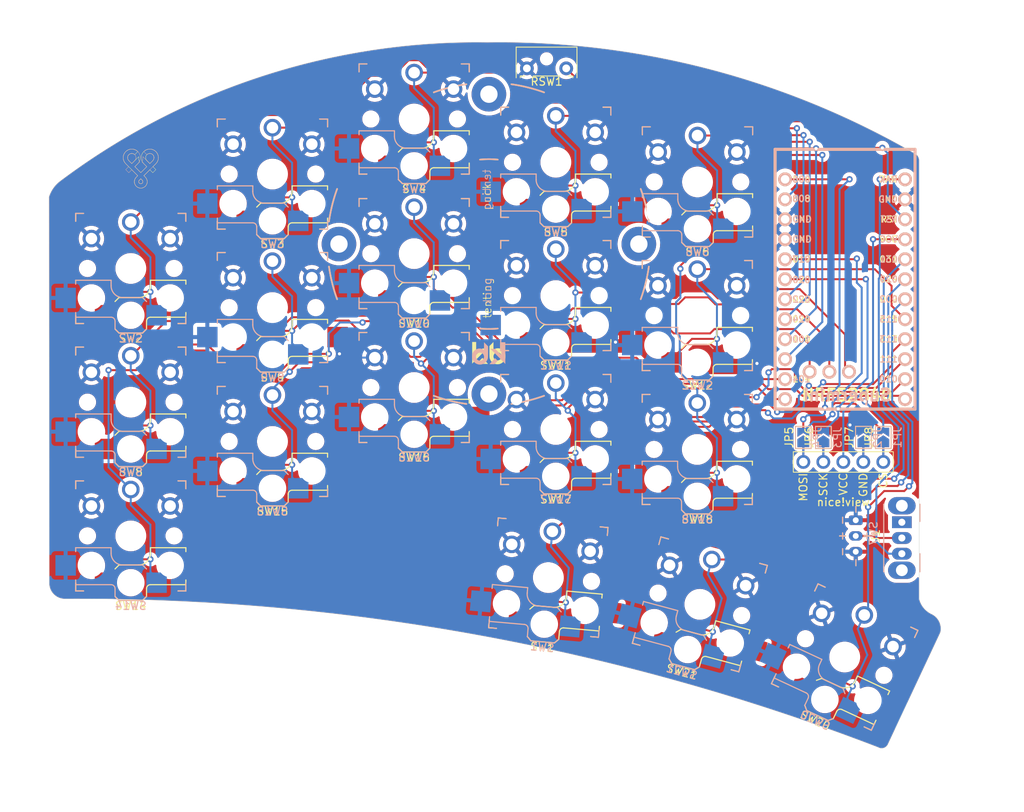
<source format=kicad_pcb>
(kicad_pcb (version 20240108) (generator "pcbnew") (generator_version "8.0")
  (layers (0 "F.Cu" signal) (31 "B.Cu" signal) (34 "B.Paste" user) (35 "F.Paste" user) (36 "B.SilkS" user "B.Silkscreen") (37 "F.SilkS" user "F.Silkscreen") (38 "B.Mask" user) (39 "F.Mask" user) (44 "Edge.Cuts" user))
  (net 0 "")
  (net 1 "gnd")
  (net 2 "vcc")
  (net 3 "Switch18")
  (net 4 "reset")
  (net 5 "Switch1")
  (net 6 "Switch2")
  (net 7 "Switch3")
  (net 8 "Switch4")
  (net 9 "Switch5")
  (net 10 "Switch6")
  (net 11 "Switch7")
  (net 12 "Switch8")
  (net 13 "Switch9")
  (net 14 "Switch10")
  (net 15 "Switch11")
  (net 16 "Switch12")
  (net 17 "Switch13")
  (net 18 "Switch14")
  (net 19 "Switch15")
  (net 20 "Switch16")
  (net 21 "Switch17")
  (net 22 "raw")
  (net 23 "mosi")
  (net 24 "sck")
  (net 25 "nv_cs")
  (net 26 "Net-(J1-Pad2)")
  (net 28 "Net-(Display1-Pad1)")
  (net 29 "Net-(Display1-Pad2)")
  (net 30 "Net-(Display1-Pad4)")
  (net 31 "Net-(Display1-Pad5)")
  (footprint "Keebio-Parts:SW_Tactile_SPST_Angled_MJTP1117-no-mount" (layer "F.Cu") (at 72.951865 15.867504)
    (property "Reference" "RSW1")
    (property "Value" "SW_Push")
  )
  (footprint "fingerpunch:Kailh_socket_PG1350_optional_reversible_millmax" (layer "F.Cu") (at 22.626865 41.305002 180)
    (property "Reference" "SW2")
    (property "Value" "SW_Push")
  )
  (footprint "fingerpunch:Kailh_socket_PG1350_optional_reversible_millmax" (layer "F.Cu") (at 40.626867 29.305002 180)
    (property "Reference" "SW3")
    (property "Value" "SW_Push")
  )
  (footprint "fingerpunch:Kailh_socket_PG1350_optional_reversible_millmax" (layer "F.Cu") (at 58.626864 22.305002 180)
    (property "Reference" "SW4")
    (property "Value" "SW_Push")
  )
  (footprint "fingerpunch:Kailh_socket_PG1350_optional_reversible_millmax" (layer "F.Cu") (at 76.626865 27.805003 180)
    (property "Reference" "SW5")
    (property "Value" "SW_Push")
  )
  (footprint "fingerpunch:Kailh_socket_PG1350_optional_reversible_millmax" (layer "F.Cu") (at 94.626863 30.305002 180)
    (property "Reference" "SW6")
    (property "Value" "SW_Push")
  )
  (footprint "fingerpunch:Kailh_socket_PG1350_optional_reversible_millmax" (layer "F.Cu") (at 22.626865 58.305002 180)
    (property "Reference" "SW8")
    (property "Value" "SW_Push")
  )
  (footprint "fingerpunch:Kailh_socket_PG1350_optional_reversible_millmax" (layer "F.Cu") (at 40.626867 46.279002 180)
    (property "Reference" "SW9")
    (property "Value" "SW_Push")
  )
  (footprint "fingerpunch:Kailh_socket_PG1350_optional_reversible_millmax" (layer "F.Cu") (at 58.626866 39.421002 180)
    (property "Reference" "SW10")
    (property "Value" "SW_Push")
  )
  (footprint "fingerpunch:Kailh_socket_PG1350_optional_reversible_millmax" (layer "F.Cu") (at 76.626867 44.755005 180)
    (property "Reference" "SW11")
    (property "Value" "SW_Push")
  )
  (footprint "fingerpunch:Kailh_socket_PG1350_optional_reversible_millmax" (layer "F.Cu") (at 94.606865 47.295002 180)
    (property "Reference" "SW12")
    (property "Value" "SW_Push")
  )
  (footprint "fingerpunch:Kailh_socket_PG1350_optional_reversible_millmax" (layer "F.Cu") (at 22.626865 75.304999 180)
    (property "Reference" "SW14")
    (property "Value" "SW_Push")
  )
  (footprint "fingerpunch:Kailh_socket_PG1350_optional_reversible_millmax" (layer "F.Cu") (at 40.626864 63.297001 180)
    (property "Reference" "SW15")
    (property "Value" "SW_Push")
  )
  (footprint "fingerpunch:Kailh_socket_PG1350_optional_reversible_millmax" (layer "F.Cu") (at 58.626863 56.439003 180)
    (property "Reference" "SW16")
    (property "Value" "SW_Push")
  )
  (footprint "fingerpunch:Kailh_socket_PG1350_optional_reversible_millmax" (layer "F.Cu") (at 76.626865 61.773005 180)
    (property "Reference" "SW17")
    (property "Value" "SW_Push")
  )
  (footprint "fingerpunch:Kailh_socket_PG1350_optional_reversible_millmax" (layer "F.Cu") (at 94.600519 64.313002 180)
    (property "Reference" "SW18")
    (property "Value" "SW_Push")
  )
  (footprint "fingerpunch:Kailh_socket_PG1350_optional_reversible_millmax" (layer "F.Cu") (at 113.326867 90.705 155)
    (property "Reference" "SW20")
    (property "Value" "SW_Push")
  )
  (footprint "fingerpunch:Kailh_socket_PG1350_optional_reversible_millmax" (layer "F.Cu") (at 94.926863 84.005003 165)
    (property "Reference" "SW21")
    (property "Value" "SW_Push")
  )
  (footprint "kbd:Tenting_Puck2" (layer "F.Cu") (at 68.126866 38.205003)
    (property "Reference" "REF**")
    (property "Value" "Tenting Puck")
  )
  (footprint "fingerpunch:nice_nano" (layer "F.Cu") (at 113.376864 43.941752 -90)
    (property "Reference" "U1" (hide yes))
    (property "Value" "nice_nano" (hide yes))
  )
  (footprint "fingerpunch:fingerpunch-logo-small" (layer "F.Cu") (at 23.9 28.41)
    (property "Reference" "REF**")
    (property "Value" "fingerpunch-logo-small")
  )
  (footprint "Jumper:SolderJumper-2_P1.3mm_Open_TrianglePad1.0x1.5mm" (layer "F.Cu") (at 115.71 62.785 90)
    (property "Reference" "JP7")
    (property "Value" "Jumper_2_Open")
  )
  (footprint "Jumper:SolderJumper-2_P1.3mm_Open_TrianglePad1.0x1.5mm" (layer "F.Cu") (at 110.62 62.79 90)
    (property "Reference" "JP6")
    (property "Value" "Jumper_2_Open")
  )
  (footprint "fingerpunch:Kailh_socket_PG1350_optional_reversible_millmax" (layer "F.Cu") (at 75.676864 80.605 175)
    (property "Reference" "SW1")
    (property "Value" "SW_Push")
  )
  (footprint "fingerpunch:JST_PH_S3B-PH-K-keyboard" (layer "F.Cu") (at 114.733066 73.312291 -90)
    (property "Reference" "J1")
    (property "Value" "JST-BATTERY")
  )
  (footprint "Jumper:SolderJumper-2_P1.3mm_Open_TrianglePad1.0x1.5mm" (layer "F.Cu") (at 108.07 62.79 90)
    (property "Reference" "JP5")
    (property "Value" "Jumper_2_Open")
  )
  (footprint "Jumper:SolderJumper-2_P1.3mm_Open_TrianglePad1.0x1.5mm" (layer "F.Cu") (at 118.23 62.79 90)
    (property "Reference" "JP8")
    (property "Value" "Jumper_2_Open")
  )
  (footprint "fingerpunch:nice_view" (layer "F.Cu") (at 113.153066 49.422292)
    (property "Reference" "Display1")
    (property "Value" "nice!view")
  )
  (footprint "Jumper:SolderJumper-2_P1.3mm_Open_TrianglePad1.0x1.5mm" (layer "B.Cu") (at 115.71 62.79 90)
    (property "Reference" "JP2")
    (property "Value" "Jumper_2_Open")
  )
  (footprint "fingerpunch:SW_CuK_OS102011MA1QN1_SPDT_Angled" (layer "B.Cu") (at 120.59 73.57 -90)
    (property "Reference" "SW7")
    (property "Value" "SW_DPDT")
  )
  (footprint "Jumper:SolderJumper-2_P1.3mm_Open_TrianglePad1.0x1.5mm" (layer "B.Cu") (at 118.23 62.79 90)
    (property "Reference" "JP1")
    (property "Value" "Jumper_2_Open")
  )
  (footprint "Jumper:SolderJumper-2_P1.3mm_Open_TrianglePad1.0x1.5mm" (layer "B.Cu") (at 108.07 62.79 90)
    (property "Reference" "JP4")
    (property "Value" "Jumper_2_Open")
  )
  (footprint "Jumper:SolderJumper-2_P1.3mm_Open_TrianglePad1.0x1.5mm" (layer "B.Cu") (at 110.62 62.79 90)
    (property "Reference" "JP3")
    (property "Value" "Jumper_2_Open")
  )
  (footprint "fingerpunch:fingerpunch-logo-small" (layer "B.Cu") (at 23.9 28.41 180)
    (property "Reference" "REF**")
    (property "Value" "fingerpunch-logo-small")
  )
  (gr_line (start 12.236918 32.201707) (end 12.277117 81.470026) (stroke (width 0.05)) (layer "Edge.Cuts"))
  (gr_arc (start 122.426865 26.805003) (mid 122.69678 27.166844) (end 122.788866 27.608776) (stroke (width 0.05)) (layer "Edge.Cuts"))
  (gr_arc (start 12.236918 32.201707) (mid 12.793791 31.083887) (end 13.66386 30.188003) (stroke (width 0.05)) (layer "Edge.Cuts"))
  (gr_arc (start 67.926867 12.562511) (mid 96.148266 15.966621) (end 122.426865 26.805003) (stroke (width 0.05)) (layer "Edge.Cuts"))
  (gr_arc (start 14.314865 83.306125) (mid 66.82892 87.930658) (end 117.582657 102.184444) (stroke (width 0.05)) (layer "Edge.Cuts"))
  (gr_arc (start 14.314865 83.306125) (mid 12.927435 82.797108) (end 12.277117 81.470026) (stroke (width 0.05)) (layer "Edge.Cuts"))
  (gr_line (start 122.788866 27.608776) (end 122.788865 83.305002) (stroke (width 0.05)) (layer "Edge.Cuts"))
  (gr_arc (start 13.66386 30.188003) (mid 39.328422 16.859032) (end 67.926867 12.562511) (stroke (width 0.05)) (layer "Edge.Cuts"))
  (gr_arc (start 118.789484 101.850237) (mid 118.256353 102.271132) (end 117.582657 102.184444) (stroke (width 0.05)) (layer "Edge.Cuts"))
  (gr_line (start 125.47988 87.577163) (end 118.789484 101.850237) (stroke (width 0.05)) (layer "Edge.Cuts"))
  (gr_arc (start 124.32988 85.227164) (mid 123.343266 84.439338) (end 122.788865 83.305002) (stroke (width 0.05)) (layer "Edge.Cuts"))
  (gr_arc (start 124.32988 85.227164) (mid 125.328418 86.1949) (end 125.47988 87.577163) (stroke (width 0.05)) (layer "Edge.Cuts"))
  (segment (start 102.881865 52.678135) (end 102.881865 51.045002) (width 0.25) (layer "F.Cu") (net 1))
  (segment (start 111.48 61.205) (end 110.62 62.065) (width 0.25) (layer "F.Cu") (net 1))
  (segment (start 84.21 50.67) (end 84.21 49.196872) (width 0.25) (layer "F.Cu") (net 1))
  (segment (start 114 61.205) (end 111.48 61.205) (width 0.25) (layer "F.Cu") (net 1))
  (segment (start 49.14 52.16) (end 49.14 50.267135) (width 0.25) (layer "F.Cu") (net 1))
  (segment (start 102.18 53.38) (end 102.881865 52.678135) (width 0.25) (layer "F.Cu") (net 1))
  (segment (start 84.21 49.196872) (end 84.901867 48.505005) (width 0.25) (layer "F.Cu") (net 1))
  (segment (start 49.14 50.267135) (end 48.901867 50.029002) (width 0.25) (layer "F.Cu") (net 1))
  (via (at 49.14 52.16) (size 0.8) (drill 0.4) (layers "F.Cu" "B.Cu") (net 1))
  (via (at 114 61.205) (size 0.8) (drill 0.4) (layers "F.Cu" "B.Cu") (net 1))
  (via (at 102.18 53.38) (size 0.8) (drill 0.4) (layers "F.Cu" "B.Cu") (net 1))
  (via (at 84.21 50.67) (size 0.8) (drill 0.4) (layers "F.Cu" "B.Cu") (net 1))
  (segment (start 102.19 53.37) (end 102.18 53.38) (width 0.25) (layer "B.Cu") (net 1))
  (segment (start 102.19 46.078137) (end 102.19 51.94) (width 0.25) (layer "B.Cu") (net 1))
  (segment (start 49.619003 52.639003) (end 49.14 52.16) (width 0.25) (layer "B.Cu") (net 1))
  (segment (start 84.585002 51.045002) (end 84.21 50.67) (width 0.25) (layer "B.Cu") (net 1))
  (segment (start 114.86 62.065) (end 115.71 62.065) (width 0.25) (layer "B.Cu") (net 1))
  (segment (start 114 61.205) (end 114.86 62.065) (width 0.25) (layer "B.Cu") (net 1))
  (segment (start 86.331865 51.045002) (end 84.585002 51.045002) (width 0.25) (layer "B.Cu") (net 1))
  (segment (start 99.606865 43.495002) (end 102.19 46.078137) (width 0.25) (layer "B.Cu") (net 1))
  (segment (start 53.626863 52.639003) (end 49.619003 52.639003) (width 0.25) (layer "B.Cu") (net 1))
  (segment (start 102.19 51.94) (end 102.19 53.37) (width 0.25) (layer "B.Cu") (net 1))
  (segment (start 116.931752 37.591752) (end 120.996864 37.591752) (width 0.25) (layer "F.Cu") (net 2))
  (via (at 116.931752 37.591752) (size 0.8) (drill 0.4) (layers "F.Cu" "B.Cu") (net 2))
  (segment (start 113.153066 65.902292) (end 113.153066 59.476934) (width 0.25) (layer "B.Cu") (net 2))
  (segment (start 116.931752 55.698248) (end 116.931752 37.591752) (width 0.25) (layer "B.Cu") (net 2))
  (segment (start 113.153066 59.476934) (end 116.931752 55.698248) (width 0.25) (layer "B.Cu") (net 2))
  (segment (start 86.918776 74.041301) (end 77.953302 73.256924) (width 0.25) (layer "F.Cu") (net 3))
  (segment (start 106.162929 77.172061) (end 98.602928 77.17206) (width 0.25) (layer "F.Cu") (net 3))
  (segment (start 98.602928 77.17206) (end 86.918776 74.041301) (width 0.25) (layer "F.Cu") (net 3))
  (segment (start 77.953302 73.256924) (end 77.340638 73.77101) (width 0.25) (layer "F.Cu") (net 3))
  (segment (start 71.887733 86.231764) (end 71.920983 85.851706) (width 0.25) (layer "F.Cu") (net 3))
  (segment (start 112.272928 71.062061) (end 106.162929 77.172061) (width 0.25) (layer "F.Cu") (net 3))
  (segment (start 77.331842 73.77024) (end 76.191083 74.727451) (width 0.25) (layer "F.Cu") (net 3))
  (segment (start 119.616424 68.031706) (end 117.293282 68.031706) (width 0.25) (layer "F.Cu") (net 3))
  (segment (start 117.293282 68.031706) (end 114.262928 71.06206) (width 0.25) (layer "F.Cu") (net 3))
  (segment (start 71.920983 85.851706) (end 74.738996 83.487112) (width 0.25) (layer "F.Cu") (net 3))
  (segment (start 77.340638 73.77101) (end 77.331842 73.77024) (width 0.25) (layer "F.Cu") (net 3))
  (segment (start 114.262928 71.06206) (end 112.272928 71.062061) (width 0.25) (layer "F.Cu") (net 3))
  (segment (start 74.738996 83.487112) (end 77.896934 83.763396) (width 0.25) (layer "F.Cu") (net 3))
  (via (at 119.616424 68.031706) (size 0.8) (drill 0.4) (layers "F.Cu" "B.Cu") (net 3))
  (via (at 77.896934 83.763396) (size 0.8) (drill 0.4) (layers "F.Cu" "B.Cu") (net 3))
  (segment (start 76.011275 76.675878) (end 76.183065 74.712292) (width 0.25) (layer "B.Cu") (net 3))
  (segment (start 118.29 58.73) (end 118.29 42.838616) (width 0.25) (layer "B.Cu") (net 3))
  (segment (start 77.896934 83.763396) (end 78.280419 79.38014) (width 0.25) (layer "B.Cu") (net 3))
  (segment (start 118.29 42.838616) (end 120.996864 40.131752) (width 0.25) (layer "B.Cu") (net 3))
  (segment (start 78.280419 79.38014) (end 76.011275 76.675878) (width 0.25) (layer "B.Cu") (net 3))
  (segment (start 78.412808 86.802634) (end 78.466314 86.191057) (width 0.25) (layer "B.Cu") (net 3))
  (segment (start 120.81 66.83813) (end 120.81 61.25) (width 0.25) (layer "B.Cu") (net 3))
  (segment (start 120.81 61.25) (end 118.29 58.73) (width 0.25) (layer "B.Cu") (net 3))
  (segment (start 119.616424 68.031706) (end 120.81 66.83813) (width 0.25) (layer "B.Cu") (net 3))
  (segment (start 78.466314 86.191057) (end 77.758356 85.347347) (width 0.25) (layer "B.Cu") (net 3))
  (segment (start 77.758356 85.347347) (end 77.896934 83.763396) (width 0.25) (layer "B.Cu") (net 3))
  (segment (start 77.951864 15.867505) (end 80.84642 18.76206) (width 0.25) (layer "F.Cu") (net 4))
  (segment (start 118.113067 25.972291) (end 111.173159 25.972291) (width 0.25) (layer "F.Cu") (net 4))
  (segment (start 104.122928 22.59206) (end 100.292929 18.76206) (width 0.25) (layer "F.Cu") (net 4))
  (segment (start 111.173159 25.972291) (end 107.792928 22.59206) (width 0.25) (layer "F.Cu") (net 4))
  (segment (start 107.792928 22.59206) (end 104.122928 22.59206) (width 0.25) (layer "F.Cu") (net 4))
  (segment (start 80.84642 18.76206) (end 100.292929 18.76206) (width 0.25) (layer "F.Cu") (net 4))
  (via (at 118.113067 25.972291) (size 0.8) (drill 0.4) (layers "F.Cu" "B.Cu") (net 4))
  (segment (start 120.996864 35.051752) (end 118.8 32.854888) (width 0.25) (layer "B.Cu") (net 4))
  (segment (start 118.8 26.659224) (end 118.113067 25.972291) (width 0.25) (layer "B.Cu") (net 4))
  (segment (start 118.8 32.854888) (end 118.8 26.659224) (width 0.25) (layer "B.Cu") (net 4))
  (segment (start 59.642928 14.02206) (end 57.642929 14.02206) (width 0.25) (layer "F.Cu") (net 5))
  (segment (start 78.222929 18.60206) (end 73.352929 18.60206) (width 0.25) (layer "F.Cu") (net 5))
  (segment (start 79.172928 19.552061) (end 78.222929 18.60206) (width 0.25) (layer "F.Cu") (net 5))
  (segment (start 69.642928 14.89206) (end 60.512927 14.89206) (width 0.25) (layer "F.Cu") (net 5))
  (segment (start 57.642929 14.02206) (end 55.562929 16.10206) (width 0.25) (layer "F.Cu") (net 5))
  (segment (start 21.949267 44.27958) (end 25.119267 44.27958) (width 0.25) (layer "F.Cu") (net 5))
  (segment (start 73.352929 18.60206) (end 69.642928 14.89206) (width 0.25) (layer "F.Cu") (net 5))
  (segment (start 99.762929 19.552061) (end 79.172928 19.552061) (width 0.25) (layer "F.Cu") (net 5))
  (segment (start 60.512927 14.89206) (end 59.642928 14.02206) (width 0.25) (layer "F.Cu") (net 5))
  (segment (start 52.552928 16.102061) (end 46.852928 21.80206) (width 0.25) (layer "F.Cu") (net 5))
  (segment (start 103.692929 23.482059) (end 99.762929 19.552061) (width 0.25) (layer "F.Cu") (net 5))
  (segment (start 107.252928 23.48206) (end 103.692929 23.482059) (width 0.25) (layer "F.Cu") (net 5))
  (segment (start 55.562929 16.10206) (end 52.552928 16.102061) (width 0.25) (layer "F.Cu") (net 5))
  (segment (start 33.069808 24.96206) (end 22.626866 35.405002) (width 0.25) (layer "F.Cu") (net 5))
  (segment (start 33.812929 24.96206) (end 33.069808 24.96206) (width 0.25) (layer "F.Cu") (net 5))
  (segment (start 46.852928 21.80206) (end 36.972928 21.80206) (width 0.25) (layer "F.Cu") (net 5))
  (segment (start 19.348066 47.262291) (end 19.348067 46.880784) (width 0.25) (layer "F.Cu") (net 5))
  (segment (start 19.348067 46.880784) (end 21.949267 44.27958) (width 0.25) (layer "F.Cu") (net 5))
  (segment (start 36.972928 21.80206) (end 33.812929 24.96206) (width 0.25) (layer "F.Cu") (net 5))
  (via (at 107.252928 23.48206) (size 0.8) (drill 0.4) (layers "F.Cu" "B.Cu") (net 5))
  (via (at 25.119267 44.27958) (size 0.8) (drill 0.4) (layers "F.Cu" "B.Cu") (net 5))
  (segment (start 25.898064 46.648378) (end 25.119268 45.869581) (width 0.25) (layer "B.Cu") (net 5))
  (segment (start 25.898067 47.26229) (end 25.898064 46.648378) (width 0.25) (layer "B.Cu") (net 5))
  (segment (start 22.623066 37.38338) (end 22.623065 35.412291) (width 0.25) (layer "B.Cu") (net 5))
  (segment (start 107.252928 31.015688) (end 107.252928 30.877072) (width 0.25) (layer "B.Cu") (net 5))
  (segment (start 25.119269 39.879581) (end 22.623066 37.38338) (width 0.25) (layer "B.Cu") (net 5))
  (segment (start 25.119268 45.869581) (end 25.119267 44.27958) (width 0.25) (layer "B.Cu") (net 5))
  (segment (start 105.756864 32.511752) (end 107.252928 31.015688) (width 0.25) (layer "B.Cu") (net 5))
  (segment (start 25.119267 44.27958) (end 25.119269 39.879581) (width 0.25) (layer "B.Cu") (net 5))
  (segment (start 107.252928 30.877072) (end 107.252928 23.48206) (width 0.25) (layer "B.Cu") (net 5))
  (segment (start 55.952928 16.81206) (end 53.102929 16.81206) (width 0.25) (layer "F.Cu") (net 6))
  (segment (start 77.762928 19.38206) (end 73.252929 19.38206) (width 0.25) (layer "F.Cu") (net 6))
  (segment (start 53.102929 16.81206) (end 46.509986 23.405001) (width 0.25) (layer "F.Cu") (net 6))
  (segment (start 59.282928 14.832061) (end 57.932929 14.83206) (width 0.25) (layer "F.Cu") (net 6))
  (segment (start 57.932929 14.83206) (end 55.952928 16.81206) (width 0.25) (layer "F.Cu") (net 6))
  (segment (start 37.348067 35.252291) (end 37.348067 34.870783) (width 0.25) (layer "F.Cu") (net 6))
  (segment (start 37.348067 34.870783) (end 39.949267 32.269579) (width 0.25) (layer "F.Cu") (net 6))
  (segment (start 103.322928 24.36206) (end 99.242928 20.282059) (width 0.25) (layer "F.Cu") (net 6))
  (segment (start 69.562928 15.69206) (end 60.142928 15.692059) (width 0.25) (layer "F.Cu") (net 6))
  (segment (start 73.252929 19.38206) (end 69.562928 15.69206) (width 0.25) (layer "F.Cu") (net 6))
  (segment (start 99.242928 20.282059) (end 78.662928 20.28206) (width 0.25) (layer "F.Cu") (net 6))
  (segment (start 78.662928 20.28206) (end 77.762928 19.38206) (width 0.25) (layer "F.Cu") (net 6))
  (segment (start 46.509986 23.405001) (end 40.626867 23.405003) (width 0.25) (layer "F.Cu") (net 6))
  (segment (start 108.092929 24.36206) (end 103.322928 24.36206) (width 0.25) (layer "F.Cu") (net 6))
  (segment (start 60.142928 15.692059) (end 59.282928 14.832061) (width 0.25) (layer "F.Cu") (net 6))
  (segment (start 39.949267 32.269579) (end 43.119268 32.269579) (width 0.25) (layer "F.Cu") (net 6))
  (via (at 43.119268 32.269579) (size 0.8) (drill 0.4) (layers "F.Cu" "B.Cu") (net 6))
  (via (at 108.092929 24.36206) (size 0.8) (drill 0.4) (layers "F.Cu" "B.Cu") (net 6))
  (segment (start 43.898065 35.25229) (end 43.898067 34.638379) (width 0.25) (layer "B.Cu") (net 6))
  (segment (start 43.898067 34.638379) (end 43.119269 33.859582) (width 0.25) (layer "B.Cu") (net 6))
  (segment (start 43.119268 32.269579) (end 43.119269 27.869581) (width 0.25) (layer "B.Cu") (net 6))
  (segment (start 105.756864 45.211752) (end 108.092928 42.875688) (width 0.25) (layer "B.Cu") (net 6))
  (segment (start 43.119269 27.869581) (end 40.623065 25.37338) (width 0.25) (layer "B.Cu") (net 6))
  (segment (start 40.623065 25.37338) (end 40.623066 23.402292) (width 0.25) (layer "B.Cu") (net 6))
  (segment (start 43.119269 33.859582) (end 43.119268 32.269579) (width 0.25) (layer "B.Cu") (net 6))
  (segment (start 108.092928 42.875688) (end 108.092929 24.36206) (width 0.25) (layer "B.Cu") (net 6))
  (segment (start 102.982929 25.20206) (end 98.862929 21.08206) (width 0.25) (layer "F.Cu") (net 7))
  (segment (start 77.272928 20.22206) (end 73.252928 20.22206) (width 0.25) (layer "F.Cu") (net 7))
  (segment (start 55.351864 28.255002) (end 55.351864 27.873493) (width 0.25) (layer "F.Cu") (net 7))
  (segment (start 108.882928 25.202061) (end 102.982929 25.20206) (width 0.25) (layer "F.Cu") (net 7))
  (segment (start 69.43587 16.405002) (end 58.626865 16.405003) (width 0.25) (layer "F.Cu") (net 7))
  (segment (start 57.953067 25.272291) (end 61.123066 25.272293) (width 0.25) (layer "F.Cu") (net 7))
  (segment (start 55.351864 27.873493) (end 57.953067 25.272291) (width 0.25) (layer "F.Cu") (net 7))
  (segment (start 73.252928 20.22206) (end 69.43587 16.405002) (width 0.25) (layer "F.Cu") (net 7))
  (segment (start 78.132928 21.08206) (end 77.272928 20.22206) (width 0.25) (layer "F.Cu") (net 7))
  (segment (start 98.862929 21.08206) (end 78.132928 21.08206) (width 0.25) (layer "F.Cu") (net 7))
  (via (at 61.123066 25.272293) (size 0.8) (drill 0.4) (layers "F.Cu" "B.Cu") (net 7))
  (via (at 108.882928 25.202061) (size 0.8) (drill 0.4) (layers "F.Cu" "B.Cu") (net 7))
  (segment (start 61.901864 27.641087) (end 61.123066 26.862292) (width 0.25) (layer "B.Cu") (net 7))
  (segment (start 61.123067 20.872291) (end 58.626864 18.37609) (width 0.25) (layer "B.Cu") (net 7))
  (segment (start 61.901865 28.255002) (end 61.901864 27.641087) (width 0.25) (layer "B.Cu") (net 7))
  (segment (start 105.756864 47.751753) (end 108.882928 44.625689) (width 0.25) (layer "B.Cu") (net 7))
  (segment (start 61.123066 25.272293) (end 61.123067 20.872291) (width 0.25) (layer "B.Cu") (net 7))
  (segment (start 61.123066 26.862292) (end 61.123066 25.272293) (width 0.25) (layer "B.Cu") (net 7))
  (segment (start 58.626864 18.37609) (end 58.626864 16.405002) (width 0.25) (layer "B.Cu") (net 7))
  (segment (start 108.882928 44.625689) (end 108.882928 25.202061) (width 0.25) (layer "B.Cu") (net 7))
  (segment (start 98.525871 21.905003) (end 76.626865 21.905003) (width 0.25) (layer "F.Cu") (net 8))
  (segment (start 75.948278 30.768057) (end 79.118278 30.768056) (width 0.25) (layer "F.Cu") (net 8))
  (segment (start 73.347077 33.369259) (end 75.948278 30.768057) (width 0.25) (layer "F.Cu") (net 8))
  (segment (start 102.662928 26.042061) (end 98.525871 21.905003) (width 0.25) (layer "F.Cu") (net 8))
  (segment (start 73.347077 33.75077) (end 73.347077 33.369259) (width 0.25) (layer "F.Cu") (net 8))
  (segment (start 109.692929 26.04206) (end 102.662928 26.042061) (width 0.25) (layer "F.Cu") (net 8))
  (via (at 79.118278 30.768056) (size 0.8) (drill 0.4) (layers "F.Cu" "B.Cu") (net 8))
  (via (at 109.692929 26.04206) (size 0.8) (drill 0.4) (layers "F.Cu" "B.Cu") (net 8))
  (segment (start 79.118279 26.368057) (end 76.622078 23.871856) (width 0.25) (layer "B.Cu") (net 8))
  (segment (start 109.692928 46.355688) (end 109.692929 26.04206) (width 0.25) (layer "B.Cu") (net 8))
  (segment (start 105.756864 50.291752) (end 109.692928 46.355688) (width 0.25) (layer "B.Cu") (net 8))
  (segment (start 79.897077 33.750768) (end 79.897076 33.136856) (width 0.25) (layer "B.Cu") (net 8))
  (segment (start 79.897076 33.136856) (end 79.118279 32.358056) (width 0.25) (layer "B.Cu") (net 8))
  (segment (start 79.118278 30.768056) (end 79.118279 26.368057) (width 0.25) (layer "B.Cu") (net 8))
  (segment (start 79.118279 32.358056) (end 79.118278 30.768056) (width 0.25) (layer "B.Cu") (net 8))
  (segment (start 76.622078 23.871856) (end 76.622078 21.900768) (width 0.25) (layer "B.Cu") (net 8))
  (segment (start 91.347215 36.25142) (end 91.347215 35.869911) (width 0.25) (layer "F.Cu") (net 9))
  (segment (start 99.96587 24.405002) (end 94.626864 24.405002) (width 0.25) (layer "F.Cu") (net 9))
  (segment (start 102.442928 26.882061) (end 99.96587 24.405002) (width 0.25) (layer "F.Cu") (net 9))
  (segment (start 110.482928 26.88206) (end 102.442928 26.882061) (width 0.25) (layer "F.Cu") (net 9))
  (segment (start 93.948416 33.268708) (end 97.118416 33.268709) (width 0.25) (layer "F.Cu") (net 9))
  (segment (start 91.347215 35.869911) (end 93.948416 33.268708) (width 0.25) (layer "F.Cu") (net 9))
  (via (at 97.118416 33.268709) (size 0.8) (drill 0.4) (layers "F.Cu" "B.Cu") (net 9))
  (via (at 110.482928 26.88206) (size 0.8) (drill 0.4) (layers "F.Cu" "B.Cu") (net 9))
  (segment (start 97.118416 33.268709) (end 97.118418 28.868709) (width 0.25) (layer "B.Cu") (net 9))
  (segment (start 97.897216 35.637507) (end 97.118417 34.85871) (width 0.25) (layer "B.Cu") (net 9))
  (segment (start 97.897215 36.251421) (end 97.897216 35.637507) (width 0.25) (layer "B.Cu") (net 9))
  (segment (start 94.622215 26.372507) (end 94.622215 24.40142) (width 0.25) (layer "B.Cu") (net 9))
  (segment (start 97.118417 34.85871) (end 97.118416 33.268709) (width 0.25) (layer "B.Cu") (net 9))
  (segment (start 97.118418 28.868709) (end 94.622215 26.372507) (width 0.25) (layer "B.Cu") (net 9))
  (segment (start 105.756864 52.831753) (end 110.482929 48.105688) (width 0.25) (layer "B.Cu") (net 9))
  (segment (start 110.482929 48.105688) (end 110.482928 26.88206) (width 0.25) (layer "B.Cu") (net 9))
  (segment (start 42.032928 48.56206) (end 37.722928 48.56206) (width 0.25) (layer "F.Cu") (net 10))
  (segment (start 37.152929 47.99206) (end 27.122928 47.992061) (width 0.25) (layer "F.Cu") (net 10))
  (segment (start 19.348066 63.870783) (end 21.949268 61.26958) (width 0.25) (layer "F.Cu") (net 10))
  (segment (start 37.722928 48.56206) (end 37.152929 47.99206) (width 0.25) (layer "F.Cu") (net 10))
  (segment (start 105.756865 55.371752) (end 89.582621 55.371752) (width 0.25) (layer "F.Cu") (net 10))
  (segment (start 71.642929 52.652061) (end 66.302928 47.31206) (width 0.25) (layer "F.Cu") (net 10))
  (segment (start 19.348066 64.252291) (end 19.348066 63.870783) (width 0.25) (layer "F.Cu") (net 10))
  (segment (start 86.862928 52.65206) (end 71.642929 52.652061) (width 0.25) (layer "F.Cu") (net 10))
  (segment (start 47.270566 47.504423) (end 45.445291 47.504424) (width 0.25) (layer "F.Cu") (net 10))
  (segment (start 66.302928 47.31206) (end 47.462928 47.31206) (width 0.25) (layer "F.Cu") (net 10))
  (segment (start 22.709986 52.405002) (end 22.626865 52.405002) (width 0.25) (layer "F.Cu") (net 10))
  (segment (start 45.442928 47.50206) (end 43.092928 47.502061) (width 0.25) (layer "F.Cu") (net 10))
  (segment (start 21.949268 61.26958) (end 25.119269 61.26958) (width 0.25) (layer "F.Cu") (net 10))
  (segment (start 45.445291 47.504424) (end 45.442928 47.50206) (width 0.25) (layer "F.Cu") (net 10))
  (segment (start 43.092928 47.502061) (end 42.032928 48.56206) (width 0.25) (layer "F.Cu") (net 10))
  (segment (start 89.582621 55.371752) (end 86.862928 52.65206) (width 0.25) (layer "F.Cu") (net 10))
  (segment (start 47.462928 47.31206) (end 47.270566 47.504423) (width 0.25) (layer "F.Cu") (net 10))
  (segment (start 27.122928 47.992061) (end 22.709986 52.405002) (width 0.25) (layer "F.Cu") (net 10))
  (via (at 25.119269 61.26958) (size 0.8) (drill 0.4) (layers "F.Cu" "B.Cu") (net 10))
  (segment (start 22.623067 54.373378) (end 22.623066 52.402292) (width 0.25) (layer "B.Cu") (net 10))
  (segment (start 25.119269 62.859579) (end 25.119269 61.26958) (width 0.25) (layer "B.Cu") (net 10))
  (segment (start 25.898066 63.638379) (end 25.119269 62.859579) (width 0.25) (layer "B.Cu") (net 10))
  (segment (start 25.898065 64.25229) (end 25.898066 63.638379) (width 0.25) (layer "B.Cu") (net 10))
  (segment (start 25.119269 61.26958) (end 25.119268 56.869581) (width 0.25) (layer "B.Cu") (net 10))
  (segment (start 25.119268 56.869581) (end 22.623067 54.373378) (width 0.25) (layer "B.Cu") (net 10))
  (segment (start 44.215362 48.14206) (end 43.118851 49.23857) (width 0.25) (layer "F.Cu") (net 11))
  (segment (start 53.102928 48.69206) (end 52.622929 49.17206) (width 0.25) (layer "F.Cu") (net 11))
  (segment (start 37.34765 51.839773) (end 39.948851 49.238571) (width 0.25) (layer "F.Cu") (net 11))
  (segment (start 47.692929 47.93206) (end 47.482928 48.142061) (width 0.25) (layer "F.Cu") (net 11))
  (segment (start 50.302929 47.93206) (end 47.692929 47.93206) (width 0.25) (layer "F.Cu") (net 11))
  (segment (start 103.77262 57.911752) (end 102.422928 56.56206) (width 0.25) (layer "F.Cu") (net 11))
  (segment (start 51.542929 49.172061) (end 50.302929 47.93206) (width 0.25) (layer "F.Cu") (net 11))
  (segment (start 39.948851 49.238571) (end 43.118851 49.23857) (width 0.25) (layer "F.Cu") (net 11))
  (segment (start 47.482928 48.142061) (end 44.215362 48.14206) (width 0.25) (layer "F.Cu") (net 11))
  (segment (start 52.622929 49.17206) (end 51.542929 49.172061) (width 0.25) (layer "F.Cu") (net 11))
  (segment (start 102.422928 56.56206) (end 89.002929 56.56206) (width 0.25) (layer "F.Cu") (net 11))
  (segment (start 86.392928 53.952061) (end 70.942928 53.95206) (width 0.25) (layer "F.Cu") (net 11))
  (segment (start 65.682929 48.69206) (end 53.102928 48.69206) (width 0.25) (layer "F.Cu") (net 11))
  (segment (start 89.002929 56.56206) (end 86.392928 53.952061) (width 0.25) (layer "F.Cu") (net 11))
  (segment (start 70.942928 53.95206) (end 65.682929 48.69206) (width 0.25) (layer "F.Cu") (net 11))
  (segment (start 37.347651 52.221282) (end 37.34765 51.839773) (width 0.25) (layer "F.Cu") (net 11))
  (segment (start 105.756864 57.911752) (end 103.77262 57.911752) (width 0.25) (layer "F.Cu") (net 11))
  (via (at 43.118851 49.23857) (size 0.8) (drill 0.4) (layers "F.Cu" "B.Cu") (net 11))
  (segment (start 43.897649 51.60737) (end 43.118851 50.828571) (width 0.25) (layer "B.Cu") (net 11))
  (segment (start 43.118852 44.838571) (end 40.62265 42.34237) (width 0.25) (layer "B.Cu") (net 11))
  (segment (start 40.62265 42.34237) (end 40.62265 40.371282) (width 0.25) (layer "B.Cu") (net 11))
  (segment (start 43.118851 49.23857) (end 43.118852 44.838571) (width 0.25) (layer "B.Cu") (net 11))
  (segment (start 43.89765 52.221283) (end 43.897649 51.60737) (width 0.25) (layer "B.Cu") (net 11))
  (segment (start 43.118851 50.828571) (end 43.118851 49.23857) (width 0.25) (layer "B.Cu") (net 11))
  (segment (start 63.512929 46.28206) (end 61.119267 43.888399) (width 0.25) (layer "F.Cu") (net 12))
  (segment (start 96.782929 49.01206) (end 96.232928 49.56206) (width 0.25) (layer "F.Cu") (net 12))
  (segment (start 78.762928 46.39206) (end 78.152929 47.00206) (width 0.25) (layer "F.Cu") (net 12))
  (segment (start 86.142929 46.39206) (end 78.762928 46.39206) (width 0.25) (layer "F.Cu") (net 12))
  (segment (start 96.232928 49.56206) (end 91.612929 49.56206) (width 0.25) (layer "F.Cu") (net 12))
  (segment (start 90.952928 48.90206) (end 88.652929 48.90206) (width 0.25) (layer "F.Cu") (net 12))
  (segment (start 108.876864 54.441752) (end 108.876864 50.985995) (width 0.25) (layer "F.Cu") (net 12))
  (segment (start 91.612929 49.56206) (end 90.952928 48.90206) (width 0.25) (layer "F.Cu") (net 12))
  (segment (start 55.348066 44.990782) (end 57.949268 42.38958) (width 0.25) (layer "F.Cu") (net 12))
  (segment (start 73.692929 46.28206) (end 63.512929 46.28206) (width 0.25) (layer "F.Cu") (net 12))
  (segment (start 55.348065 45.372292) (end 55.348066 44.990782) (width 0.25) (layer "F.Cu") (net 12))
  (segment (start 74.412928 47.00206) (end 73.692929 46.28206) (width 0.25) (layer "F.Cu") (net 12))
  (segment (start 108.876864 50.985995) (end 106.902929 49.01206) (width 0.25) (layer "F.Cu") (net 12))
  (segment (start 78.152929 47.00206) (end 74.412928 47.00206) (width 0.25) (layer "F.Cu") (net 12))
  (segment (start 88.652929 48.90206) (end 86.142929 46.39206) (width 0.25) (layer "F.Cu") (net 12))
  (segment (start 61.119267 43.888399) (end 61.119268 42.38958) (width 0.25) (layer "F.Cu") (net 12))
  (segment (start 106.902929 49.01206) (end 96.782929 49.01206) (width 0.25) (layer "F.Cu") (net 12))
  (segment (start 57.949268 42.38958) (end 61.119268 42.38958) (width 0.25) (layer "F.Cu") (net 12))
  (via (at 61.119268 42.38958) (size 0.8) (drill 0.4) (layers "F.Cu" "B.Cu") (net 12))
  (segment (start 61.898065 44.758379) (end 61.119267 43.97958) (width 0.25) (layer "B.Cu") (net 12))
  (segment (start 58.623066 35.493378) (end 58.623066 33.522291) (width 0.25) (layer "B.Cu") (net 12))
  (segment (start 61.119268 42.38958) (end 61.119268 37.98958) (width 0.25) (layer "B.Cu") (net 12))
  (segment (start 61.119268 37.98958) (end 58.623066 35.493378) (width 0.25) (layer "B.Cu") (net 12))
  (segment (start 61.898067 45.372292) (end 61.898065 44.758379) (width 0.25) (layer "B.Cu") (net 12))
  (segment (start 61.119267 43.97958) (end 61.119268 42.38958) (width 0.25) (layer "B.Cu") (net 12))
  (segment (start 111.376864 54.441752) (end 111.376864 50.575996) (width 0.25) (layer "F.Cu") (net 13))
  (segment (start 85.802928 45.822061) (end 83.272928 43.29206) (width 0.25) (layer "F.Cu") (net 13))
  (segment (start 107.292928 46.49206) (end 102.452928 46.49206) (width 0.25) (layer "F.Cu") (net 13))
  (segment (start 73.348052 50.702283) (end 73.348052 50.320775) (width 0.25) (layer "F.Cu") (net 13))
  (segment (start 83.272928 43.29206) (end 81.382928 43.292061) (width 0.25) (layer "F.Cu") (net 13))
  (segment (start 101.832929 45.87206) (end 96.902927 45.872061) (width 0.25) (layer "F.Cu") (net 13))
  (segment (start 75.949253 47.719573) (end 79.119254 47.719574) (width 0.25) (layer "F.Cu") (net 13))
  (segment (start 111.376864 50.575996) (end 107.292928 46.49206) (width 0.25) (layer "F.Cu") (net 13))
  (segment (start 93.052929 44.98206) (end 92.212928 45.82206) (width 0.25) (layer "F.Cu") (net 13))
  (segment (start 80.309255 44.365734) (end 79.119254 44.365734) (width 0.25) (layer "F.Cu") (net 13))
  (segment (start 96.902927 45.872061) (end 96.012928 44.98206) (width 0.25) (layer "F.Cu") (net 13))
  (segment (start 81.382928 43.292061) (end 80.309255 44.365734) (width 0.25) (layer "F.Cu") (net 13))
  (segment (start 73.348052 50.320775) (end 75.949253 47.719573) (width 0.25) (layer "F.Cu") (net 13))
  (segment (start 96.012928 44.98206) (end 93.052929 44.98206) (width 0.25) (layer "F.Cu") (net 13))
  (segment (start 102.452928 46.49206) (end 101.832929 45.87206) (width 0.25) (layer "F.Cu") (net 13))
  (segment (start 92.212928 45.82206) (end 85.802928 45.822061) (width 0.25) (layer "F.Cu") (net 13))
  (via (at 79.119254 44.365734) (size 0.8) (drill 0.4) (layers "F.Cu" "B.Cu") (net 13))
  (via (at 79.119254 47.719574) (size 0.8) (drill 0.4) (layers "F.Cu" "B.Cu") (net 13))
  (segment (start 76.623051 40.82337) (end 76.623052 38.852285) (width 0.25) (layer "B.Cu") (net 13))
  (segment (start 79.898052 50.088371) (end 79.119253 49.309573) (width 0.25) (layer "B.Cu") (net 13))
  (segment (start 79.119254 47.719574) (end 79.119254 44.365734) (width 0.25) (layer "B.Cu") (net 13))
  (segment (start 79.898053 50.702286) (end 79.898052 50.088371) (width 0.25) (layer "B.Cu") (net 13))
  (segment (start 79.119253 49.309573) (end 79.119254 47.719574) (width 0.25) (layer "B.Cu") (net 13))
  (segment (start 79.119254 44.365734) (end 79.119254 43.319573) (width 0.25) (layer "B.Cu") (net 13))
  (segment (start 79.119254 43.319573) (end 76.623051 40.82337) (width 0.25) (layer "B.Cu") (net 13))
  (segment (start 113.376864 53.941752) (end 113.376864 49.695996) (width 0.25) (layer "F.Cu") (net 14))
  (segment (start 113.376864 49.695996) (end 107.612928 43.93206) (width 0.25) (layer "F.Cu") (net 14))
  (segment (start 103.002928 43.93206) (end 100.46587 41.395003) (width 0.25) (layer "F.Cu") (net 14))
  (segment (start 100.46587 41.395003) (end 94.606866 41.395003) (width 0.25) (layer "F.Cu") (net 14))
  (segment (start 107.612928 43.93206) (end 103.002928 43.93206) (width 0.25) (layer "F.Cu") (net 14))
  (segment (start 91.326329 52.859245) (end 93.92753 50.258046) (width 0.25) (layer "F.Cu") (net 14))
  (segment (start 91.326329 53.240755) (end 91.326329 52.859245) (width 0.25) (layer "F.Cu") (net 14))
  (segment (start 113.876864 54.441752) (end 113.376864 53.941752) (width 0.25) (layer "F.Cu") (net 14))
  (segment (start 93.92753 50.258046) (end 97.097529 50.258044) (width 0.25) (layer "F.Cu") (net 14))
  (via (at 97.097529 50.258044) (size 0.8) (drill 0.4) (layers "F.Cu" "B.Cu") (net 14))
  (segment (start 97.09753 45.858046) (end 94.601327 43.361842) (width 0.25) (layer "B.Cu") (net 14))
  (segment (start 97.097529 50.258044) (end 97.09753 45.858046) (width 0.25) (layer "B.Cu") (net 14))
  (segment (start 97.876328 53.240755) (end 97.876328 52.626842) (width 0.25) (layer "B.Cu") (net 14))
  (segment (start 97.097531 51.848044) (end 97.097529 50.258044) (width 0.25) (layer "B.Cu") (net 14))
  (segment (start 94.601327 43.361842) (end 94.601328 41.390754) (width 0.25) (layer "B.Cu") (net 14))
  (segment (start 97.876328 52.626842) (end 97.097531 51.848044) (width 0.25) (layer "B.Cu") (net 14))
  (segment (start 107.97794 57.5) (end 115.584695 57.5) (width 0.25) (layer "F.Cu") (net 15))
  (segment (start 107.12 56.64206) (end 107.97794 57.5) (width 0.25) (layer "F.Cu") (net 15))
  (segment (start 43.852929 52.162061) (end 42.492929 53.52206) (width 0.25) (layer "F.Cu") (net 15))
  (segment (start 19.348066 80.880782) (end 21.949269 78.27958) (width 0.25) (layer "F.Cu") (net 15))
  (segment (start 42.492929 53.52206) (end 41.682928 54.33206) (width 0.25) (layer "F.Cu") (net 15))
  (segment (start 86.592928 53.29206) (end 89.262929 55.96206) (width 0.25) (layer "F.Cu") (net 15))
  (segment (start 32.332929 50.97206) (end 28.142929 50.97206) (width 0.25) (layer "F.Cu") (net 15))
  (segment (start 52.072928 48.17206) (end 52.242928 48.002059) (width 0.25) (layer "F.Cu") (net 15))
  (segment (start 23.312928 54.23206) (end 19.802928 54.23206) (width 0.25) (layer "F.Cu") (net 15))
  (segment (start 103.602928 56.64206) (end 107.12 56.64206) (width 0.25) (layer "F.Cu") (net 15))
  (segment (start 28.142929 50.97206) (end 26.572928 50.97206) (width 0.25) (layer "F.Cu") (net 15))
  (segment (start 115.589695 57.495) (end 120.580112 57.495) (width 0.25) (layer "F.Cu") (net 15))
  (segment (start 34.612928 53.25206) (end 32.332929 50.97206) (width 0.25) (layer "F.Cu") (net 15))
  (segment (start 89.262929 55.96206) (end 102.922928 55.962061) (width 0.25) (layer "F.Cu") (net 15))
  (segment (start 115.584695 57.5) (end 115.589695 57.495) (width 0.25) (layer "F.Cu") (net 15))
  (segment (start 41.682928 54.33206) (end 38.072928 54.33206) (width 0.25) (layer "F.Cu") (net 15))
  (segment (start 38.072928 54.33206) (end 35.692928 54.33206) (width 0.25) (layer "F.Cu") (net 15))
  (segment (start 26.572928 50.97206) (end 24.042929 53.50206) (width 0.25) (layer "F.Cu") (net 15))
  (segment (start 47.782928 52.162061) (end 43.852929 52.162061) (width 0.25) (layer "F.Cu") (net 15))
  (segment (start 35.692928 54.33206) (end 34.612928 53.25206) (width 0.25) (layer "F.Cu") (net 15))
  (segment (start 24.042929 53.50206) (end 23.312928 54.23206) (width 0.25) (layer "F.Cu") (net 15))
  (segment (start 52.242928 48.002059) (end 54.292928 48.00206) (width 0.25) (layer "F.Cu") (net 15))
  (segment (start 19.348065 81.26229) (end 19.348066 80.880782) (width 0.25) (layer "F.Cu") (net 15))
  (segment (start 120.580112 57.495) (end 120.996864 57.911752) (width 0.25) (layer "F.Cu") (net 15))
  (segment (start 71.272929 53.29206) (end 86.592928 53.29206) (width 0.25) (layer "F.Cu") (net 15))
  (segment (start 102.922928 55.962061) (end 103.602928 56.64206) (width 0.25) (layer "F.Cu") (net 15))
  (segment (start 54.292928 48.00206) (end 65.982928 48.00206) (width 0.25) (layer "F.Cu") (net 15))
  (segment (start 21.949269 78.27958) (end 25.119268 78.279582) (width 0.25) (layer "F.Cu") (net 15))
  (segment (start 65.982928 48.00206) (end 71.272929 53.29206) (width 0.25) (layer "F.Cu") (net 15))
  (via (at 25.119268 78.279582) (size 0.8) (drill 0.4) (layers "F.Cu" "B.Cu") (net 15))
  (via (at 19.802928 54.23206) (size 0.8) (drill 0.4) (layers "F.Cu" "B.Cu") (net 15))
  (via (at 52.072928 48.17206) (size 0.8) (drill 0.4) (layers "F.Cu" "B.Cu") (net 15))
  (via (at 47.782928 52.162061) (size 0.8) (drill 0.4) (layers "F.Cu" "B.Cu") (net 15))
  (segment (start 22.623065 71.383379) (end 22.623065 69.412291) (width 0.25) (layer "B.Cu") (net 15))
  (segment (start 25.119268 73.87958) (end 22.623065 71.383379) (width 0.25) (layer "B.Cu") (net 15))
  (segment (start 48.312929 49.032061) (end 47.782928 49.56206) (width 0.25) (layer "B.Cu") (net 15))
  (segment (start 25.119268 78.279582) (end 25.119268 73.87958) (width 0.25) (layer "B.Cu") (net 15))
  (segment (start 25.119268 79.869581) (end 25.119268 78.279582) (width 0.25) (layer "B.Cu") (net 15))
  (segment (start 22.626866 69.405) (end 19.802928 66.581063) (width 0.25) (layer "B.Cu") (net 15))
  (segment (start 19.802928 66.581063) (end 19.802928 54.23206) (width 0.25) (layer "B.Cu") (net 15))
  (segment (start 49.172928 48.17206) (end 48.312929 49.032061) (width 0.25) (layer "B.Cu") (net 15))
  (segment (start 52.072928 48.17206) (end 49.172928 48.17206) (width 0.25) (layer "B.Cu") (net 15))
  (segment (start 25.898067 81.262291) (end 25.898067 80.648379) (width 0.25) (layer "B.Cu") (net 15))
  (segment (start 25.898067 80.648379) (end 25.119268 79.869581) (width 0.25) (layer "B.Cu") (net 15))
  (segment (start 47.782928 49.56206) (end 47.782928 52.162061) (width 0.25) (layer "B.Cu") (net 15))
  (segment (start 92.452928 58.872059) (end 90.962928 57.38206) (width 0.25) (layer "F.Cu") (net 16))
  (segment (start 37.347883 69.252115) (end 37.347882 68.870606) (width 0.25) (layer "F.Cu") (net 16))
  (segment (start 102.132928 57.67206) (end 98.052929 57.67206) (width 0.25) (layer "F.Cu") (net 16))
  (segment (start 44.022929 53.23206) (end 42.812929 54.44206) (width 0.25) (layer "F.Cu") (net 16))
  (segment (start 88.772929 57.38206) (end 88.202929 56.81206) (width 0.25) (layer "F.Cu") (net 16))
  (segment (start 58.182928 52.54206) (end 56.272929 50.632061) (width 0.25) (layer "F.Cu") (net 16))
  (segment (start 47.492928 53.23206) (end 44.022929 53.23206) (width 0.25) (layer "F.Cu") (net 16))
  (segment (start 70.452928 54.71206) (end 68.742929 53.00206) (width 0.25) (layer "F.Cu") (net 16))
  (segment (start 80.692928 54.76206) (end 78.612929 56.84206) (width 0.25) (layer "F.Cu") (net 16))
  (segment (start 73.212928 55.28206) (end 72.642928 54.71206) (width 0.25) (layer "F.Cu") (net 16))
  (segment (start 96.162928 59.56206) (end 95.532929 60.19206) (width 0.25) (layer "F.Cu") (net 16))
  (segment (start 106.782928 54.10206) (end 104.082928 54.10206) (width 0.25) (layer "F.Cu") (net 16))
  (segment (start 62.492928 49.43206) (end 60.022929 51.902061) (width 0.25) (layer "F.Cu") (net 16))
  (segment (start 77.392929 58.06206) (end 76.582928 58.062061) (width 0.25) (layer "F.Cu") (net 16))
  (segment (start 98.052929 57.67206) (end 96.162928 59.56206) (width 0.25) (layer "F.Cu") (net 16))
  (segment (start 72.642928 54.71206) (end 71.102928 54.712059) (width 0.25) (layer "F.Cu") (net 16))
  (segment (start 93.942929 60.192061) (end 93.772929 60.19206) (width 0.25) (layer "F.Cu") (net 16))
  (segment (start 60.022929 51.902061) (end 59.382928 52.54206) (width 0.25) (layer "F.Cu") (net 16))
  (segment (start 107 54.319132) (end 106.782928 54.10206) (width 0.25) (layer "F.Cu") (net 16))
  (segment (start 49.942928 53.23206) (end 47.492928 53.23206) (width 0.25) (layer "F.Cu") (net 16))
  (segment (start 120.996865 55.371752) (end 119.368617 57) (width 0.25) (layer "F.Cu") (net 16))
  (segment (start 62.582929 49.432059) (end 62.492928 49.43206) (width 0.25) (layer "F.Cu") (net 16))
  (segment (start 86.152928 54.76206) (end 83.272929 54.76206) (width 0.25) (layer "F.Cu") (net 16))
  (segment (start 95.532929 60.19206) (end 93.942929 60.192061) (width 0.25) (layer "F.Cu") (net 16))
  (segment (start 78.612929 56.84206) (end 77.392929 58.06206) (width 0.25) (layer "F.Cu") (net 16))
  (segment (start 58.222928 52.542061) (end 58.182928 52.54206) (width 0.25) (layer "F.Cu") (net 16))
  (segment (start 65.172929 49.43206) (end 62.582929 49.432059) (width 0.25) (layer "F.Cu") (net 16))
  (segment (start 108.5 57) (end 107 55.5) (width 0.25) (layer "F.Cu") (net 16))
  (segment (start 75.992928 58.062061) (end 73.212928 55.28206) (width 0.25) (layer "F.Cu") (net 16))
  (segment (start 68.742929 53.00206) (end 65.172929 49.43206) (width 0.25) (layer "F.Cu") (net 16))
  (segment (start 119.368617 57) (end 108.5 57) (width 0.25) (layer "F.Cu") (net 16))
  (segment (start 83.272929 54.76206) (end 80.692928 54.76206) (width 0.25) (layer "F.Cu") (net 16))
  (segment (start 59.382928 52.54206) (end 58.222928 52.542061) (width 0.25) (layer "F.Cu") (net 16))
  (segment (start 56.272929 50.632061) (end 55.212928 49.572059) (width 0.25) (layer "F.Cu") (net 16))
  (segment (start 53.602929 49.572061) (end 52.402928 50.77206) (width 0.25) (layer "F.Cu") (net 16))
  (segment (start 104.082928 54.10206) (end 103.652928 54.532061) (width 0.25) (layer "F.Cu") (net 16))
  (segment (start 37.347882 68.870606) (end 39.949084 66.269403) (width 0.25) (layer "F.Cu") (net 16))
  (segment (start 90.962928 57.38206) (end 89.692928 57.38206) (width 0.25) (layer "F.Cu") (net 16))
  (segment (start 52.402928 50.77206) (end 49.942928 53.23206) (width 0.25) (layer "F.Cu") (net 16))
  (segment (start 55.212928 49.572059) (end 54.272928 49.57206) (width 0.25) (layer "F.Cu") (net 16))
  (segment (start 76.582928 58.062061) (end 75.992928 58.062061) (width 0.25) (layer "F.Cu") (net 16))
  (segment (start 54.272928 49.57206) (end 53.602929 49.572061) (width 0.25) (layer "F.Cu") (net 16))
  (segment (start 39.949084 66.269403) (end 43.119083 66.269403) (width 0.25) (layer "F.Cu") (net 16))
  (segment (start 107 55.5) (end 107 54.319132) (width 0.25) (layer "F.Cu") (net 16))
  (segment (start 89.692928 57.38206) (end 88.772929 57.38206) (width 0.25) (layer "F.Cu") (net 16))
  (segment (start 88.202929 56.81206) (end 86.152928 54.76206) (width 0.25) (layer "F.Cu") (net 16))
  (segment (start 71.102928 54.712059) (end 70.452928 54.71206) (width 0.25) (layer "F.Cu") (net 16))
  (segment (start 93.772929 60.19206) (end 92.452928 58.872059) (width 0.25) (layer "F.Cu") (net 16))
  (via (at 42.812929 54.44206) (size 0.8) (drill 0.4) (layers "F.Cu" "B.Cu") (net 16))
  (via (at 102.132928 57.67206) (size 0.8) (drill 0.4) (layers "F.Cu" "B.Cu") (net 16))
  (via (at 43.119083 66.269403) (size 0.8) (drill 0.4) (layers "F.Cu" "B.Cu") (net 16))
  (via (at 103.652928 54.532061) (size 0.8) (drill 0.4) (layers "F.Cu" "B.Cu") (net 16))
  (segment (start 40.626864 56.628125) (end 40.626864 57.397001) (width 0.25) (layer "B.Cu") (net 16))
  (segment (start 103.652928 56.15206) (end 102.132928 57.67206) (width 0.25) (layer "B.Cu") (net 16))
  (segment (start 42.812929 54.44206) (end 40.626864 56.628125) (width 0.25) (layer "B.Cu") (net 16))
  (segment (start 40.622882 59.3732) (end 40.622883 57.402114) (width 0.25) (layer "B.Cu") (net 16))
  (segment (start 43.119082 61.869403) (end 40.622882 59.3732) (width 0.25) (layer "B.Cu") (net 16))
  (segment (start 43.119083 66.269403) (end 43.119082 61.869403) (width 0.25) (layer "B.Cu") (net 16))
  (segment (start 43.119085 67.859401) (end 43.119083 66.269403) (width 0.25) (layer "B.Cu") (net 16))
  (segment (start 43.897881 68.6382) (end 43.119085 67.859401) (width 0.25) (layer "B.Cu") (net 16))
  (segment (start 43.897882 69.252113) (end 43.897881 68.6382) (width 0.25) (layer "B.Cu") (net 16))
  (segment (start 103.652928 54.532061) (end 103.652928 56.15206) (width 0.25) (layer "B.Cu") (net 16))
  (segment (start 104.752929 59.552061) (end 103.802929 58.60206) (width 0.25) (layer "F.Cu") (net 17))
  (segment (start 108.77668 56.22332) (end 109.05336 56.5) (width 0.25) (layer "F.Cu") (net 17))
  (segment (start 85.902928 55.38206) (end 81.022928 55.38206) (width 0.25) (layer "F.Cu") (net 17))
  (segment (start 103.802929 58.60206) (end 101.672928 58.60206) (width 0.25) (layer "F.Cu") (net 17))
  (segment (start 72.302929 55.352061) (end 70.202929 55.35206) (width 0.25) (layer "F.Cu") (net 17))
  (segment (start 95.922928 60.76206) (end 93.402929 60.762061) (width 0.25) (layer "F.Cu") (net 17))
  (segment (start 62.902928 50.12206) (end 59.634796 53.390193) (width 0.25) (layer "F.Cu") (net 17))
  (segment (start 109.05336 56.5) (end 117.328616 56.5) (width 0.25) (layer "F.Cu") (net 17))
  (segment (start 55.349372 62.388683) (end 55.349371 62.007174) (width 0.25) (layer "F.Cu") (net 17))
  (segment (start 117.328616 56.5) (end 120.996864 52.831752) (width 0.25) (layer "F.Cu") (net 17))
  (segment (start 75.672929 58.72206) (end 72.302929 55.352061) (width 0.25) (layer "F.Cu") (net 17))
  (segment (start 55.349371 62.007174) (end 57.950574 59.405972) (width 0.25) (layer "F.Cu") (net 17))
  (segment (start 70.202929 55.35206) (end 64.972928 50.12206) (width 0.25) (layer "F.Cu") (net 17))
  (segment (start 88.472928 57.95206) (end 85.902928 55.38206) (width 0.25) (layer "F.Cu") (net 17))
  (segment (start 77.682928 58.72206) (end 75.672929 58.72206) (width 0.25) (layer "F.Cu") (net 17))
  (segment (start 93.402929 60.762061) (end 90.592928 57.95206) (width 0.25) (layer "F.Cu") (net 17))
  (segment (start 90.592928 57.95206) (end 88.472928 57.95206) (width 0.25) (layer "F.Cu") (net 17))
  (segment (start 101.372927 58.302061) (end 98.382928 58.30206) (width 0.25) (layer "F.Cu") (net 17))
  (segment (start 98.382928 58.30206) (end 95.922928 60.76206) (width 0.25) (layer "F.Cu") (net 17))
  (segment (start 101.672928 58.60206) (end 101.372927 58.302061) (width 0.25) (layer "F.Cu") (net 17))
  (segment (start 59.634796 53.390193) (end 59.504796 53.390193) (width 0.25) (layer "F.Cu") (net 17))
  (segment (start 64.972928 50.12206) (end 62.902928 50.12206) (width 0.25) (layer "F.Cu") (net 17))
  (segment (start 81.022928 55.38206) (end 77.682928 58.72206) (width 0.25) (layer "F.Cu") (net 17))
  (segment (start 57.950574 59.405972) (end 61.120574 59.405974) (width 0.25) (layer "F.Cu") (net 17))
  (via (at 104.752929 59.552061) (size 0.8) (drill 0.4) (layers "F.Cu" "B.Cu") (net 17))
  (via (at 59.504796 53.390193) (size 0.8) (drill 0.4) (layers "F.Cu" "B.Cu") (net 17))
  (via (at 61.120574 59.405974) (size 0.8) (drill 0.4) (layers "F.Cu" "B.Cu") (net 17))
  (via (at 108.77668 56.22332) (size 0.8) (drill 0.4) (layers "F.Cu" "B.Cu") (net 17))
  (segment (start 58.624372 52.509772) (end 58.624373 50.538685) (width 0.25) (layer "B.Cu") (net 17))
  (segment (start 107.502929 57.497071) (end 107.502929 58.55206) (width 0.25) (layer "B.Cu") (net 17))
  (segment (start 61.120574 60.995972) (end 61.120574 59.405974) (width 0.25) (layer "B.Cu") (net 17))
  (segment (start 61.120575 55.005972) (end 59.504796 53.390193) (width 0.25) (layer "B.Cu") (net 17))
  (segment (start 61.899372 62.388682) (end 61.899373 61.774769) (width 0.25) (layer "B.Cu") (net 17))
  (segment (start 61.899373 61.774769) (end 61.120574 60.995972) (width 0.25) (layer "B.Cu") (net 17))
  (segment (start 61.120574 59.405974) (end 61.120575 55.005972) (width 0.25) (layer "B.Cu") (net 17))
  (segment (start 108.77668 56.22332) (end 107.502929 57.497071) (width 0.25) (layer "B.Cu") (net 17))
  (segment (start 106.502929 59.55206) (end 104.752929 59.552061) (width 0.25) (layer "B.Cu") (net 17))
  (segment (start 107.502929 58.55206) (end 106.502929 59.55206) (width 0.25) (layer "B.Cu") (net 17))
  (segment (start 59.504796 53.390193) (end 58.624372 52.509772) (width 0.25) (layer "B.Cu") (net 17))
  (segment (start 110.593535 55.775) (end 110.818535 56) (width 0.25) (layer "F.Cu") (net 18))
  (segment (start 116.944989 56) (end 119.332928 53.612061) (width 0.25) (layer "F.Cu") (net 18))
  (segment (start 119.332928 51.955688) (end 120.996865 50.291752) (width 0.25) (layer "F.Cu") (net 18))
  (segment (start 75.949268 64.73958) (end 79.119267 64.73958) (width 0.25) (layer "F.Cu") (net 18))
  (segment (start 90.212928 58.52206) (end 88.182928 58.522061) (width 0.25) (layer "F.Cu") (net 18))
  (segment (start 96.122928 61.442061) (end 93.132928 61.44206) (width 0.25) (layer "F.Cu") (net 18))
  (segment (start 103.242928 59.322059) (end 101.432928 59.32206) (width 0.25) (layer "F.Cu") (net 18))
  (segment (start 101.432928 59.32206) (end 100.962927 58.852061) (width 0.25) (layer "F.Cu") (net 18))
  (segment (start 100.962927 58.852061) (end 98.712928 58.85206) (width 0.25) (layer "F.Cu") (net 18))
  (segment (start 81.222928 56.012059) (end 78.152338 59.08265) (width 0.25) (layer "F.Cu") (net 18))
  (segment (start 85.672928 56.01206) (end 81.222928 56.012059) (width 0.25) (layer "F.Cu") (net 18))
  (segment (start 88.182928 58.522061) (end 85.672928 56.01206) (width 0.25) (layer "F.Cu") (net 18))
  (segment (start 119.332928 53.612061) (end 119.332928 51.955688) (width 0.25) (layer "F.Cu") (net 18))
  (segment (start 93.132928 61.44206) (end 90.212928 58.52206) (width 0.25) (layer "F.Cu") (net 18))
  (segment (start 78.152338 59.08265) (end 78.152338 59.37265) (width 0.25) (layer "F.Cu") (net 18))
  (segment (start 73.348067 67.722291) (end 73.348066 67.340783) (width 0.25) (layer "F.Cu") (net 18))
  (segment (start 103.582928 59.66206) (end 103.242928 59.322059) (width 0.25) (layer "F.Cu") (net 18))
  (segment (start 98.712928 58.85206) (end 96.122928 61.442061) (width 0.25) (layer "F.Cu") (net 18))
  (segment (start 110.818535 56) (end 116.944989 56) (width 0.25) (layer "F.Cu") (net 18))
  (segment (start 73.348066 67.340783) (end 75.949268 64.73958) (width 0.25) (layer "F.Cu") (net 18))
  (via (at 79.119267 64.73958) (size 0.8) (drill 0.4) (layers "F.Cu" "B.Cu") (net 18))
  (via (at 110.593535 55.775) (size 0.8) (drill 0.4) (layers "F.Cu" "B.Cu") (net 18))
  (via (at 103.582928 59.66206) (size 0.8) (drill 0.4) (layers "F.Cu" "B.Cu") (net 18))
  (via (at 78.152338 59.37265) (size 0.8) (drill 0.4) (layers "F.Cu" "B.Cu") (net 18))
  (segment (start 79.898067 67.108379) (end 79.119269 66.329582) (width 0.25) (layer "B.Cu") (net 18))
  (segment (start 110.593535 55.775) (end 108.132928 58.235607) (width 0.25) (layer "B.Cu") (net 18))
  (segment (start 107.022929 59.992061) (end 106.642928 60.37206) (width 0.25) (layer "B.Cu") (net 18))
  (segment (start 108.132928 58.882061) (end 107.022929 59.992061) (width 0.25) (layer "B.Cu") (net 18))
  (segment (start 79.119267 64.73958) (end 79.119269 60.339582) (width 0.25) (layer "B.Cu") (net 18))
  (segment (start 79.898067 67.722291) (end 79.898067 67.108379) (width 0.25) (layer "B.Cu") (net 18))
  (segment (start 76.623066 57.84338) (end 76.623065 55.872292) (width 0.25) (layer "B.Cu") (net 18))
  (segment (start 79.119269 60.339582) (end 78.152338 59.37265) (width 0.25) (layer "B.Cu") (net 18))
  (segment (start 108.132928 58.235607) (end 108.132928 58.882061) (width 0.25) (layer "B.Cu") (net 18))
  (segment (start 78.152338 59.37265) (end 76.623066 57.84338) (width 0.25) (layer "B.Cu") (net 18))
  (segment (start 106.642928 60.37206) (end 104.292928 60.37206) (width 0.25) (layer "B.Cu") (net 18))
  (segment (start 104.292928 60.37206) (end 103.582928 59.66206) (width 0.25) (layer "B.Cu") (net 18))
  (segment (start 79.119269 66.329582) (end 79.119267 64.73958) (width 0.25) (layer "B.Cu") (net 18))
  (segment (start 93.742928 39.662061) (end 95.442928 39.66206) (width 0.25) (layer "F.Cu") (net 19))
  (segment (start 119.29 46.044888) (end 120.996864 47.751752) (width 0.25) (layer "F.Cu") (net 19))
  (segment (start 91.317234 69.880545) (end 93.918438 67.279342) (width 0.25) (layer "F.Cu") (net 19))
  (segment (start 91.317234 70.262053) (end 91.317234 69.880545) (width 0.25) (layer "F.Cu") (net 19))
  (segment (start 92.452928 41.342061) (end 92.452929 40.95206) (width 0.25) (layer "F.Cu") (net 19))
  (segment (start 101.622929 41.40206) (end 117.16206 41.40206) (width 0.25) (layer "F.Cu") (net 19))
  (segment (start 95.442928 39.66206) (end 96.402928 40.62206) (width 0.25) (layer "F.Cu") (net 19))
  (segment (start 93.918438 67.279342) (end 97.088438 67.279342) (width 0.25) (layer "F.Cu") (net 19))
  (segment (start 100.842928 40.62206) (end 101.622929 41.40206) (width 0.25) (layer "F.Cu") (net 19))
  (segment (start 96.402928 40.62206) (end 100.842928 40.62206) (width 0.25) (layer "F.Cu") (net 19))
  (segment (start 92.452929 40.95206) (end 93.742928 39.662061) (width 0.25) (layer "F.Cu") (net 19))
  (segment (start 119.29 43.53) (end 119.29 46.044888) (width 0.25) (layer "F.Cu") (net 19))
  (segment (start 117.16206 41.40206) (end 119.29 43.53) (width 0.25) (layer "F.Cu") (net 19))
  (via (at 97.088438 67.279342) (size 0.8) (drill 0.4) (layers "F.Cu" "B.Cu") (net 19))
  (via (at 92.452928 41.342061) (size 0.8) (drill 0.4) (layers "F.Cu" "B.Cu") (net 19))
  (segment (start 91.912928 49.45206) (end 92.372928 49.91206) (width 0.25) (layer "B.Cu") (net 19))
  (segment (start 94.600519 56.729652) (end 94.60052 58.413003) (width 0.25) (layer "B.Cu") (net 19))
  (segment (start 92.372928 49.91206) (end 92.372928 54.50206) (width 0.25) (layer "B.Cu") (net 19))
  (segment (start 94.592236 60.383141) (end 94.592234 58.412054) (width 0.25) (layer "B.Cu") (net 19))
  (segment (start 97.867235 70.262053) (end 97.867235 69.648141) (width 0.25) (layer "B.Cu") (net 19))
  (segment (start 97.088438 67.279342) (end 97.088438 62.879342) (width 0.25) (layer "B.Cu") (net 19))
  (segment (start 97.088438 62.879342) (end 94.592236 60.383141) (width 0.25) (layer "B.Cu") (net 19))
  (segment (start 91.912928 45.58206) (end 91.912928 49.45206) (width 0.25) (layer "B.Cu") (net 19))
  (segment (start 97.867235 69.648141) (end 97.088436 68.869341) (width 0.25) (layer "B.Cu") (net 19))
  (segment (start 92.372928 54.50206) (end 94.600519 56.729652) (width 0.25) (layer "B.Cu") (net 19))
  (segment (start 97.088436 68.869341) (end 97.088438 67.279342) (width 0.25) (layer "B.Cu") (net 19))
  (segment (start 92.452928 41.342061) (end 92.452929 45.04206) (width 0.25) (layer "B.Cu") (net 19))
  (segment (start 92.452929 45.04206) (end 91.912928 45.58206) (width 0.25) (layer "B.Cu") (net 19))
  (segment (start 120.9 69.6) (end 118.344989 69.6) (width 0.25) (layer "F.Cu") (net 20))
  (segment (start 118.344989 69.6) (end 116.302928 71.642061) (width 0.25) (layer "F.Cu") (net 20))
  (segment (start 108.008114 94.342199) (end 111.46492 93.084025) (width 0.25) (layer "F.Cu") (net 20))
  (segment (start 111.46492 93.084025) (end 114.337915 94.423725) (width 0.25) (layer "F.Cu") (net 20))
  (segment (start 107.846882 94.687963) (end 108.008114 94.342199) (width 0.25) (layer "F.Cu") (net 20))
  (segment (start 121.5 69) (end 120.9 69.6) (width 0.25) (layer "F.Cu") (net 20))
  (via (at 116.302928 71.642061) (size 0.8) (drill 0.4) (layers "F.Cu" "B.Cu") (net 20))
  (via (at 114.337915 94.423725) (size 0.8) (drill 0.4) (layers "F.Cu" "B.Cu") (net 20))
  (via (at 121.5 69) (size 0.8) (drill 0.4) (layers "F.Cu" "B.Cu") (net 20))
  (segment (start 119.362928 46.845688) (end 120.996864 45.211753) (width 0.25) (layer "B.Cu") (net 20))
  (segment (start 113.665952 95.864754) (end 114.337915 94.423725) (width 0.25) (layer "B.Cu") (net 20))
  (segment (start 113.783197 97.456113) (end 114.042648 96.899719) (width 0.25) (layer "B.Cu") (net 20))
  (segment (start 119.362928 58.262928) (end 119.362929 49.20206) (width 0.25) (layer "B.Cu") (net 20))
  (segment (start 121.5 69) (end 121.922928 68.577072) (width 0.25) (layer "B.Cu") (net 20))
  (segment (start 116.197435 90.435971) (end 114.990048 87.118703) (width 0.25) (layer "B.Cu") (net 20))
  (segment (start 114.042648 96.899719) (end 113.665952 95.864754) (width 0.25) (layer "B.Cu") (net 20))
  (segment (start 121.922928 68.577072) (end 121.922928 60.822928) (width 0.25) (layer "B.Cu") (net 20))
  (segment (start 114.337915 94.423725) (end 116.197435 90.435971) (width 0.25) (layer "B.Cu") (net 20))
  (segment (start 116.302928 84.875172) (end 115.820315 85.357784) (width 0.25) (layer "B.Cu") (net 20))
  (segment (start 121.922928 60.822928) (end 119.362928 58.262928) (width 0.25) (layer "B.Cu") (net 20))
  (segment (start 114.990048 87.118703) (end 115.823067 85.332291) (width 0.25) (layer "B.Cu") (net 20))
  (segment (start 116.302928 71.642061) (end 116.302928 84.875172) (width 0.25) (layer "B.Cu") (net 20))
  (segment (start 119.362929 49.20206) (end 119.362928 46.845688) (width 0.25) (layer "B.Cu") (net 20))
  (segment (start 106.138948 78.30604) (end 96.453895 78.30604) (width 0.25) (layer "F.Cu") (net 21))
  (segment (start 112.692929 71.75206) (end 106.138948 78.30604) (width 0.25) (layer "F.Cu") (net 21))
  (segment (start 93.507204 86.673043) (end 96.56919 87.493502) (width 0.25) (layer "F.Cu") (net 21))
  (segment (start 90.321395 88.512371) (end 93.507204 86.673043) (width 0.25) (layer "F.Cu") (net 21))
  (segment (start 114.732928 71.752061) (end 112.692929 71.75206) (width 0.25) (layer "F.Cu") (net 21))
  (segment (start 120.04 68.96) (end 117.524988 68.96) (width 0.25) (layer "F.Cu") (net 21))
  (segment (start 117.524988 68.96) (end 114.732928 71.752061) (width 0.25) (layer "F.Cu") (net 21))
  (segment (start 90.222652 88.88088) (end 90.321395 88.512371) (width 0.25) (layer "F.Cu") (net 21))
  (segment (start 120.5 68.5) (end 120.04 68.96) (width 0.25) (layer "F.Cu") (net 21))
  (via (at 96.56919 87.493502) (size 0.8) (drill 0.4) (layers "F.Cu" "B.Cu") (net 21))
  (via (at 120.5 68.5) (size 0.8) (drill 0.4) (layers "F.Cu" "B.Cu") (net 21))
  (segment (start 96.708361 89.983152) (end 96.157665 89.029322) (width 0.25) (layer "B.Cu") (net 21))
  (segment (start 95.942911 80.186215) (end 96.453066 78.282292) (width 0.25) (layer "B.Cu") (net 21))
  (segment (start 96.549468 90.576145) (end 96.708361 89.983152) (width 0.25) (layer "B.Cu") (net 21))
  (segment (start 120.5 68.5) (end 121.41 67.59) (width 0.25) (layer "B.Cu") (net 21))
  (segment (start 118.870434 44.798182) (end 120.996864 42.671752) (width 0.25) (layer "B.Cu") (net 21))
  (segment (start 121.41 67.59) (end 121.41 61.07) (width 0.25) (layer "B.Cu") (net 21))
  (segment (start 121.41 61.07) (end 118.870434 58.530434) (width 0.25) (layer "B.Cu") (net 21))
  (segment (start 97.707991 83.243425) (end 95.942911 80.186215) (width 0.25) (layer "B.Cu") (net 21))
  (segment (start 96.157665 89.029322) (end 96.56919 87.493502) (width 0.25) (layer "B.Cu") (net 21))
  (segment (start 118.870434 58.530434) (end 118.870434 44.798182) (width 0.25) (layer "B.Cu") (net 21))
  (segment (start 96.56919 87.493502) (end 97.707991 83.243425) (width 0.25) (layer "B.Cu") (net 21))
  (segment (start 120.996864 29.971752) (end 117.791752 29.971752) (width 0.25) (layer "F.Cu") (net 22))
  (segment (start 117.791752 29.971752) (end 117.79 29.97) (width 0.25) (layer "F.Cu") (net 22))
  (via (at 117.79 29.97) (size 0.8) (drill 0.4) (layers "F.Cu" "B.Cu") (net 22))
  (segment (start 117.353065 76.043065) (end 118.88 77.57) (width 0.25) (layer "B.Cu") (net 22))
  (segment (start 120.17 66.2) (end 117.353065 69.016935) (width 0.25) (layer "B.Cu") (net 22))
  (segment (start 120.59 77.57) (end 118.88 77.57) (width 0.25) (layer "B.Cu") (net 22))
  (segment (start 117.79 42.46) (end 117.66 42.59) (width 0.25) (layer "B.Cu") (net 22))
  (segment (start 117.79 29.97) (end 117.79 42.46) (width 0.25) (layer "B.Cu") (net 22))
  (segment (start 117.353065 69.016935) (end 117.353065 76.043065) (width 0.25) (layer "B.Cu") (net 22))
  (segment (start 117.66 42.59) (end 117.66 58.97) (width 0.25) (layer "B.Cu") (net 22))
  (segment (start 120.17 61.48) (end 120.17 66.2) (width 0.25) (layer "B.Cu") (net 22))
  (segment (start 117.66 58.97) (end 120.17 61.48) (width 0.25) (layer "B.Cu") (net 22))
  (segment (start 112.094715 58.41998) (end 112.80883 58.41998) (width 0.25) (layer "F.Cu") (net 23))
  (segment (start 114.87 40.05) (end 114.788248 40.131752) (width 0.25) (layer "F.Cu") (net 23))
  (segment (start 112.88885 58.5) (end 114.665 58.5) (width 0.25) (layer "F.Cu") (net 23))
  (segment (start 114.665 58.5) (end 118.23 62.065) (width 0.25) (layer "F.Cu") (net 23))
  (segment (start 114.788248 40.131752) (end 105.756864 40.131752) (width 0.25) (layer "F.Cu") (net 23))
  (segment (start 111.78 59.83) (end 111.78 58.734695) (width 0.25) (layer "F.Cu") (net 23))
  (segment (start 112.80883 58.41998) (end 112.88885 58.5) (width 0.25) (layer "F.Cu") (net 23))
  (segment (start 111.78 58.734695) (end 112.094715 58.41998) (width 0.25) (layer "F.Cu") (net 23))
  (via (at 114.87 40.05) (size 0.8) (drill 0.4) (layers "F.Cu" "B.Cu") (net 23))
  (via (at 111.78 59.83) (size 0.8) (drill 0.4) (layers "F.Cu" "B.Cu") (net 23))
  (segment (start 109.32 60.81) (end 108.07 62.06) (width 0.25) (layer "B.Cu") (net 23))
  (segment (start 115.49 54.62) (end 115.49 43.74) (width 0.25) (layer "B.Cu") (net 23))
  (segment (start 110.8 60.81) (end 109.32 60.81) (width 0.25) (layer "B.Cu") (net 23))
  (segment (start 111.78 59.83) (end 110.8 60.81) (width 0.25) (layer "B.Cu") (net 23))
  (segment (start 111.78 59.83) (end 111.78 58.33) (width 0.25) (layer "B.Cu") (net 23))
  (segment (start 114.87 43.12) (end 114.87 40.05) (width 0.25) (layer "B.Cu") (net 23))
  (segment (start 111.78 58.33) (end 115.49 54.62) (width 0.25) (layer "B.Cu") (net 23))
  (segment (start 115.49 43.74) (end 114.87 43.12) (width 0.25) (layer "B.Cu") (net 23))
  (segment (start 108.07 62.06) (end 108.07 62.065) (width 0.25) (layer "B.Cu") (net 23))
  (segment (start 116.01 42.66) (end 115.998248 42.671752) (width 0.25) (layer "F.Cu") (net 24))
  (segment (start 115.998248 42.671752) (end 105.756864 42.671752) (width 0.25) (layer "F.Cu") (net 24))
  (segment (start 114.53 59.5) (end 115.71 60.68) (width 0.25) (layer "F.Cu") (net 24))
  (segment (start 112.863545 59.5) (end 114.53 59.5) (width 0.25) (layer "F.Cu") (net 24))
  (segment (start 115.71 60.68) (end 115.71 62.06) (width 0.25) (layer "F.Cu") (net 24))
  (segment (start 112.508525 59.14498) (end 112.863545 59.5) (width 0.25) (layer "F.Cu") (net 24))
  (via (at 112.508525 59.14498) (size 0.8) (drill 0.4) (layers "F.Cu" "B.Cu") (net 24))
  (via (at 116.01 42.66) (size 0.8) (drill 0.4) (layers "F.Cu" "B.Cu") (net 24))
  (segment (start 112.508525 58.961475) (end 116.23 55.24) (width 0.25) (layer "B.Cu") (net 24))
  (segment (start 112.508525 59.14498) (end 112.508525 58.961475) (width 0.25) (layer "B.Cu") (net 24))
  (segment (start 116.23 42.88) (end 116.01 42.66) (width 0.25) (layer "B.Cu") (net 24))
  (segment (start 112.508525 60.176475) (end 110.62 62.065) (width 0.25) (layer "B.Cu") (net 24))
  (segment (start 116.23 55.24) (end 116.23 42.88) (width 0.25) (layer "B.Cu") (net 24))
  (segment (start 112.508525 59.14498) (end 112.508525 60.176475) (width 0.25) (layer "B.Cu") (net 24))
  (segment (start 113.94 29.97) (end 113.938248 29.971752) (width 0.25) (layer "F.Cu") (net 25))
  (segment (start 110.83 59) (end 110.83 58.254695) (width 0.25) (layer "F.Cu") (net 25))
  (segment (start 111.114715 57.96998) (end 115.63998 57.96998) (width 0.25) (layer "F.Cu") (net 25))
  (segment (start 115.63998 57.96998) (end 115.89 58.22) (width 0.25) (layer "F.Cu") (net 25))
  (segment (start 110.83 58.254695) (end 111.114715 57.96998) (width 0.25) (layer "F.Cu") (net 25))
  (segment (start 108.07 62.065) (end 108.07 60.48) (width 0.25) (layer "F.Cu") (net 25))
  (segment (start 113.938248 29.971752) (end 105.756864 29.971752) (width 0.25) (layer "F.Cu") (net 25))
  (via (at 108.07 60.48) (size 0.8) (drill 0.4) (layers "F.Cu" "B.Cu") (net 25))
  (via (at 113.94 29.97) (size 0.8) (drill 0.4) (layers "F.Cu" "B.Cu") (net 25))
  (via (at 115.89 58.22) (size 0.8) (drill 0.4) (layers "F.Cu" "B.Cu") (net 25))
  (via (at 110.83 59) (size 0.8) (drill 0.4) (layers "F.Cu" "B.Cu") (net 25))
  (segment (start 108.58 59.97) (end 108.07 60.48) (width 0.25) (layer "B.Cu") (net 25))
  (segment (start 110.83 57.98) (end 112.675564 56.134436) (width 0.25) (layer "B.Cu") (net 25))
  (segment (start 112.675564 56.134436) (end 112.675564 31.234436) (width 0.25) (layer "B.Cu") (net 25))
  (segment (start 118.23 62.065) (end 118.23 60.56) (width 0.25) (layer "B.Cu") (net 25))
  (segment (start 110.83 59.68) (end 110.54 59.97) (width 0.25) (layer "B.Cu") (net 25))
  (segment (start 110.83 59) (end 110.83 59.68) (width 0.25) (layer "B.Cu") (net 25))
  (segment (start 110.54 59.97) (end 108.58 59.97) (width 0.25) (layer "B.Cu") (net 25))
  (segment (start 118.23 60.56) (end 115.89 58.22) (width 0.25) (layer "B.Cu") (net 25))
  (segment (start 112.675564 31.234436) (end 113.94 29.97) (width 0.25) (layer "B.Cu") (net 25))
  (segment (start 110.83 59) (end 110.83 57.98) (width 0.25) (layer "B.Cu") (net 25))
  (segment (start 116.972291 75.312291) (end 114.733066 75.312291) (width 0.25) (layer "F.Cu") (net 26))
  (segment (start 117.23 75.57) (end 116.972291 75.312291) (width 0.25) (layer "F.Cu") (net 26))
  (segment (start 120.59 75.57) (end 117.23 75.57) (width 0.25) (layer "F.Cu") (net 26))
  (segment (start 108.073066 63.518066) (end 108.07 63.515) (width 0.25) (layer "F.Cu") (net 28))
  (segment (start 108.073066 65.902292) (end 108.073066 63.518066) (width 0.25) (layer "F.Cu") (net 28))
  (segment (start 108.073066 65.902292) (end 108.073066 63.518066) (width 0.25) (layer "B.Cu") (net 28))
  (segment (start 108.073066 63.518066) (end 108.07 63.515) (width 0.25) (layer "B.Cu") (net 28))
  (segment (start 110.613066 63.521934) (end 110.62 63.515) (width 0.25) (layer "F.Cu") (net 29))
  (segment (start 110.613066 65.902292) (end 110.613066 63.521934) (width 0.25) (layer "F.Cu") (net 29))
  (segment (start 110.613066 63.521934) (end 110.62 63.515) (width 0.25) (layer "B.Cu") (net 29))
  (segment (start 110.613066 65.902292) (end 110.613066 63.521934) (width 0.25) (layer "B.Cu") (net 29))
  (segment (start 115.693066 63.531934) (end 115.71 63.515) (width 0.25) (layer "F.Cu") (net 30))
  (segment (start 115.693066 65.902292) (end 115.693066 63.531934) (width 0.25) (layer "F.Cu") (net 30))
  (segment (start 115.693066 63.526934) (end 115.71 63.51) (width 0.25) (layer "B.Cu") (net 30))
  (segment (start 115.693066 65.902292) (end 115.693066 63.526934) (width 0.25) (layer "B.Cu") (net 30))
  (segment (start 118.233066 63.518066) (end 118.23 63.515) (width 0.25) (layer "F.Cu") (net 31))
  (segment (start 118.233066 65.902292) (end 118.233066 63.518066) (width 0.25) (layer "F.Cu") (net 31))
  (segment (start 118.233066 65.902292) (end 118.233066 63.518066) (width 0.25) (layer "B.Cu") (net 31))
  (segment (start 118.233066 63.518066) (end 118.23 63.515) (width 0.25) (layer "B.Cu") (net 31))
  (zone (net 1) (net_name "gnd") (layers "F&B.Cu") (connect_pads (clearance 0.508)) (min_thickness 0.254) (fill yes (thermal_gap 0.508) (thermal_bridge_width 0.508))
    (polygon (pts (xy 136.111089 108.826687) (xy 6.211084 110.426685) (xy 6.011087 7.726684) (xy 133.811086 7.176686)))
  )
)
</source>
